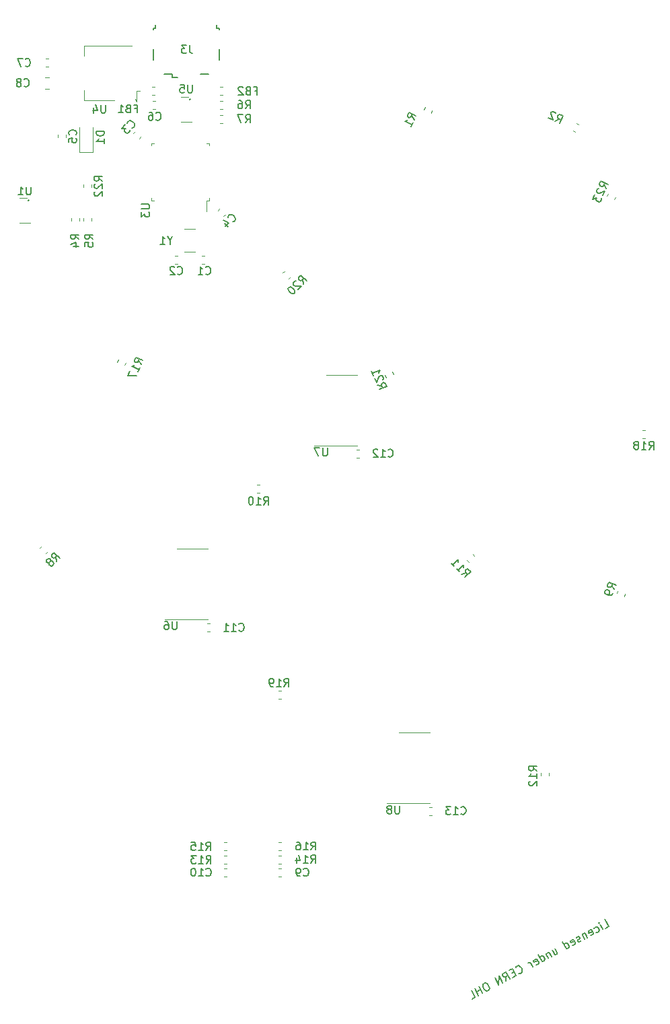
<source format=gbr>
G04 #@! TF.GenerationSoftware,KiCad,Pcbnew,(5.1.5)-3*
G04 #@! TF.CreationDate,2021-10-20T23:00:28+02:00*
G04 #@! TF.ProjectId,WFP_v2_0,5746505f-7632-45f3-902e-6b696361645f,v 0.2*
G04 #@! TF.SameCoordinates,Original*
G04 #@! TF.FileFunction,Legend,Bot*
G04 #@! TF.FilePolarity,Positive*
%FSLAX46Y46*%
G04 Gerber Fmt 4.6, Leading zero omitted, Abs format (unit mm)*
G04 Created by KiCad (PCBNEW (5.1.5)-3) date 2021-10-20 23:00:28*
%MOMM*%
%LPD*%
G04 APERTURE LIST*
%ADD10C,0.150000*%
%ADD11C,0.120000*%
G04 APERTURE END LIST*
D10*
X131974288Y-150973961D02*
X132394740Y-150750403D01*
X131925268Y-149867455D01*
X131679972Y-151130451D02*
X131366991Y-150541820D01*
X131210501Y-150247504D02*
X131274902Y-150267193D01*
X131255212Y-150331594D01*
X131190812Y-150311905D01*
X131210501Y-150247504D01*
X131255212Y-150331594D01*
X130858759Y-151513166D02*
X130965205Y-151510500D01*
X131133386Y-151421077D01*
X131195120Y-151334320D01*
X131214810Y-151269919D01*
X131212143Y-151163473D01*
X131078008Y-150911202D01*
X130991252Y-150849468D01*
X130926851Y-150829779D01*
X130820405Y-150832445D01*
X130652224Y-150921868D01*
X130590490Y-151008625D01*
X130143992Y-151893215D02*
X130250438Y-151890548D01*
X130418619Y-151801125D01*
X130480353Y-151714368D01*
X130477687Y-151607922D01*
X130298840Y-151271561D01*
X130212084Y-151209827D01*
X130105638Y-151212493D01*
X129937457Y-151301917D01*
X129875723Y-151388673D01*
X129878389Y-151495119D01*
X129923101Y-151579210D01*
X130388264Y-151439742D01*
X129432916Y-151570186D02*
X129745897Y-152158818D01*
X129477627Y-151654276D02*
X129413226Y-151634587D01*
X129306780Y-151637253D01*
X129180645Y-151704321D01*
X129118911Y-151791077D01*
X129121577Y-151897523D01*
X129367491Y-152360020D01*
X128966729Y-152519177D02*
X128904994Y-152605934D01*
X128736814Y-152695357D01*
X128630368Y-152698023D01*
X128543611Y-152636289D01*
X128521255Y-152594244D01*
X128518589Y-152487798D01*
X128580323Y-152401041D01*
X128706459Y-152333973D01*
X128768193Y-152247217D01*
X128765527Y-152140771D01*
X128743171Y-152098726D01*
X128656414Y-152036991D01*
X128549968Y-152039658D01*
X128423833Y-152106725D01*
X128362098Y-152193482D01*
X127873556Y-153100427D02*
X127980002Y-153097761D01*
X128148182Y-153008338D01*
X128209917Y-152921581D01*
X128207250Y-152815135D01*
X128028404Y-152478774D01*
X127941647Y-152417040D01*
X127835201Y-152419706D01*
X127667021Y-152509129D01*
X127605286Y-152595886D01*
X127607953Y-152702332D01*
X127652664Y-152786422D01*
X128117827Y-152646954D01*
X127097054Y-153567232D02*
X126627582Y-152684285D01*
X127074698Y-153525187D02*
X127181144Y-153522521D01*
X127349325Y-153433098D01*
X127411059Y-153346341D01*
X127430749Y-153281940D01*
X127428082Y-153175494D01*
X127293947Y-152923223D01*
X127207191Y-152861489D01*
X127142790Y-152841800D01*
X127036344Y-152844466D01*
X126868163Y-152933889D01*
X126806429Y-153020646D01*
X125312494Y-153761053D02*
X125625475Y-154349685D01*
X125690900Y-153559851D02*
X125936813Y-154022348D01*
X125939480Y-154128794D01*
X125877745Y-154215550D01*
X125751610Y-154282618D01*
X125645164Y-154285284D01*
X125580763Y-154265595D01*
X124892042Y-153984611D02*
X125205023Y-154573243D01*
X124936754Y-154068701D02*
X124872353Y-154049012D01*
X124765907Y-154051679D01*
X124639772Y-154118746D01*
X124578037Y-154205503D01*
X124580704Y-154311949D01*
X124826617Y-154774445D01*
X124027760Y-155199205D02*
X123558288Y-154316257D01*
X124005404Y-155157160D02*
X124111850Y-155154493D01*
X124280031Y-155065070D01*
X124341765Y-154978314D01*
X124361455Y-154913913D01*
X124358788Y-154807467D01*
X124224653Y-154555196D01*
X124137897Y-154493461D01*
X124073496Y-154473772D01*
X123967050Y-154476439D01*
X123798869Y-154565862D01*
X123737135Y-154652618D01*
X123248592Y-155559564D02*
X123355038Y-155556898D01*
X123523219Y-155467474D01*
X123584953Y-155380718D01*
X123582287Y-155274272D01*
X123403440Y-154937911D01*
X123316683Y-154876176D01*
X123210237Y-154878843D01*
X123042057Y-154968266D01*
X122980323Y-155055023D01*
X122982989Y-155161469D01*
X123027701Y-155245559D01*
X123492863Y-155106091D01*
X122850497Y-155825167D02*
X122537515Y-155236535D01*
X122626939Y-155404716D02*
X122540182Y-155342981D01*
X122475781Y-155323292D01*
X122369335Y-155325959D01*
X122285245Y-155370670D01*
X121081935Y-156657664D02*
X121146336Y-156677354D01*
X121294827Y-156652331D01*
X121378917Y-156607620D01*
X121482697Y-156498507D01*
X121522075Y-156369705D01*
X121519409Y-156263259D01*
X121472031Y-156072723D01*
X121404964Y-155946588D01*
X121273495Y-155800763D01*
X121186739Y-155739029D01*
X121057937Y-155699650D01*
X120909446Y-155724672D01*
X120825355Y-155769384D01*
X120721576Y-155878496D01*
X120701886Y-155942897D01*
X120502327Y-156480460D02*
X120208011Y-156636951D01*
X120327789Y-157166514D02*
X120748240Y-156942957D01*
X120278769Y-156060009D01*
X119858318Y-156283567D01*
X119444842Y-157635986D02*
X119515600Y-157059044D01*
X119949383Y-157367717D02*
X119479911Y-156484769D01*
X119143550Y-156663615D01*
X119081816Y-156750372D01*
X119062127Y-156814773D01*
X119064793Y-156921219D01*
X119131860Y-157047354D01*
X119218617Y-157109089D01*
X119283018Y-157128778D01*
X119389464Y-157126112D01*
X119725825Y-156947265D01*
X119066435Y-157837188D02*
X118596964Y-156954240D01*
X118561894Y-158105458D01*
X118092422Y-157222510D01*
X116831069Y-157893184D02*
X116662888Y-157982607D01*
X116601154Y-158069363D01*
X116561775Y-158198165D01*
X116609153Y-158388702D01*
X116765644Y-158683017D01*
X116897112Y-158828842D01*
X117025914Y-158868221D01*
X117132360Y-158865554D01*
X117300540Y-158776131D01*
X117362275Y-158689375D01*
X117401653Y-158560573D01*
X117354275Y-158370036D01*
X117197785Y-158075721D01*
X117066317Y-157929896D01*
X116937515Y-157890517D01*
X116831069Y-157893184D01*
X116543728Y-159178535D02*
X116074256Y-158295588D01*
X116297814Y-158716039D02*
X115793273Y-158984309D01*
X116039187Y-159446805D02*
X115569715Y-158563857D01*
X115198284Y-159893921D02*
X115618735Y-159670363D01*
X115149264Y-158787415D01*
D11*
X72999600Y-47066200D02*
X72821800Y-46736000D01*
X72999600Y-45694600D02*
X72999600Y-47066200D01*
X73380600Y-45694600D02*
X72999600Y-45694600D01*
X79498000Y-46456000D02*
X78548000Y-46456000D01*
X78598000Y-49556000D02*
X79898000Y-49556000D01*
X79798000Y-46756000D02*
G75*
G03X79798000Y-46756000I-100000J0D01*
G01*
X81235733Y-66419000D02*
X81578267Y-66419000D01*
X81235733Y-67439000D02*
X81578267Y-67439000D01*
X78174667Y-66419000D02*
X77832133Y-66419000D01*
X78174667Y-67439000D02*
X77832133Y-67439000D01*
X73532129Y-51471320D02*
X73289920Y-51713529D01*
X72810880Y-50750071D02*
X72568671Y-50992280D01*
X83923402Y-61476247D02*
X84165611Y-61234038D01*
X83202153Y-60754998D02*
X83444362Y-60512789D01*
X63066200Y-51566867D02*
X63066200Y-51224333D01*
X64086200Y-51566867D02*
X64086200Y-51224333D01*
X75001333Y-47957200D02*
X75343867Y-47957200D01*
X75001333Y-46937200D02*
X75343867Y-46937200D01*
X61893267Y-42674000D02*
X61550733Y-42674000D01*
X61893267Y-41654000D02*
X61550733Y-41654000D01*
X61992252Y-43994000D02*
X61469748Y-43994000D01*
X61992252Y-45414000D02*
X61469748Y-45414000D01*
X91190867Y-143482600D02*
X90848333Y-143482600D01*
X91190867Y-144502600D02*
X90848333Y-144502600D01*
X84018333Y-143482600D02*
X84360867Y-143482600D01*
X84018333Y-144502600D02*
X84360867Y-144502600D01*
X82227267Y-113692400D02*
X81884733Y-113692400D01*
X82227267Y-112672400D02*
X81884733Y-112672400D01*
X101023267Y-90803000D02*
X100680733Y-90803000D01*
X101023267Y-91823000D02*
X100680733Y-91823000D01*
X110167267Y-135735600D02*
X109824733Y-135735600D01*
X110167267Y-136755600D02*
X109824733Y-136755600D01*
X67474200Y-53416600D02*
X65774200Y-53416600D01*
X65774200Y-53416600D02*
X65774200Y-50266600D01*
X67474200Y-53416600D02*
X67474200Y-50266600D01*
X75318467Y-45210000D02*
X74975933Y-45210000D01*
X75318467Y-46230000D02*
X74975933Y-46230000D01*
X83802067Y-46230000D02*
X83459533Y-46230000D01*
X83802067Y-45210000D02*
X83459533Y-45210000D01*
D10*
X75098000Y-41798000D02*
X75098000Y-40398000D01*
X75098000Y-37998000D02*
X75098000Y-37848000D01*
X75098000Y-37848000D02*
X75398000Y-37848000D01*
X75398000Y-37848000D02*
X75398000Y-37398000D01*
X83098000Y-37398000D02*
X83098000Y-37848000D01*
X83098000Y-37848000D02*
X83398000Y-37848000D01*
X83398000Y-37848000D02*
X83398000Y-37998000D01*
X83398000Y-40398000D02*
X83398000Y-41798000D01*
X78173000Y-43973000D02*
X77448000Y-43973000D01*
X77448000Y-43973000D02*
X77448000Y-43548000D01*
X77448000Y-43548000D02*
X76448000Y-43548000D01*
X81048000Y-43548000D02*
X82048000Y-43548000D01*
D11*
X109128411Y-48027504D02*
X109273173Y-47717063D01*
X110052845Y-48458575D02*
X110197607Y-48148134D01*
X127899244Y-50681836D02*
X128209685Y-50826598D01*
X128330315Y-49757402D02*
X128640756Y-49902164D01*
X64768000Y-62034267D02*
X64768000Y-61691733D01*
X65788000Y-62034267D02*
X65788000Y-61691733D01*
X66292000Y-62034267D02*
X66292000Y-61691733D01*
X67312000Y-62034267D02*
X67312000Y-61691733D01*
X83456933Y-47957200D02*
X83799467Y-47957200D01*
X83456933Y-46937200D02*
X83799467Y-46937200D01*
X83802067Y-48715200D02*
X83459533Y-48715200D01*
X83802067Y-49735200D02*
X83459533Y-49735200D01*
X61066962Y-102905389D02*
X60824753Y-103147598D01*
X61788211Y-103626638D02*
X61546002Y-103868847D01*
X133549314Y-108557396D02*
X133418232Y-108873857D01*
X134491672Y-108947733D02*
X134360590Y-109264194D01*
X88523867Y-95197200D02*
X88181333Y-95197200D01*
X88523867Y-96217200D02*
X88181333Y-96217200D01*
X115292402Y-103979353D02*
X115534611Y-104221562D01*
X114571153Y-104700602D02*
X114813362Y-104942811D01*
X123899200Y-131830867D02*
X123899200Y-131488333D01*
X124919200Y-131830867D02*
X124919200Y-131488333D01*
X84358267Y-141831600D02*
X84015733Y-141831600D01*
X84358267Y-142851600D02*
X84015733Y-142851600D01*
X91190867Y-142851600D02*
X90848333Y-142851600D01*
X91190867Y-141831600D02*
X90848333Y-141831600D01*
X84018333Y-141226000D02*
X84360867Y-141226000D01*
X84018333Y-140206000D02*
X84360867Y-140206000D01*
X91190867Y-141200600D02*
X90848333Y-141200600D01*
X91190867Y-140180600D02*
X90848333Y-140180600D01*
X70692062Y-79475275D02*
X70558223Y-79790579D01*
X71630977Y-79873821D02*
X71497138Y-80189125D01*
X136683933Y-88390000D02*
X137026467Y-88390000D01*
X136683933Y-89410000D02*
X137026467Y-89410000D01*
X90848333Y-122150600D02*
X91190867Y-122150600D01*
X90848333Y-121130600D02*
X91190867Y-121130600D01*
X91631781Y-68339886D02*
X91391696Y-68584199D01*
X92359296Y-69054813D02*
X92119211Y-69299126D01*
X105206038Y-81028201D02*
X105337120Y-81344662D01*
X104263680Y-81418538D02*
X104394762Y-81734999D01*
X59478000Y-59456000D02*
G75*
G03X59478000Y-59456000I-100000J0D01*
G01*
X58278000Y-62256000D02*
X59578000Y-62256000D01*
X59178000Y-59156000D02*
X58228000Y-59156000D01*
X74876000Y-52570000D02*
X74876000Y-52270000D01*
X74876000Y-52270000D02*
X75176000Y-52270000D01*
X74876000Y-59190000D02*
X74876000Y-59490000D01*
X74876000Y-59490000D02*
X75176000Y-59490000D01*
X82096000Y-52570000D02*
X82096000Y-52270000D01*
X82096000Y-52270000D02*
X81796000Y-52270000D01*
X82096000Y-59190000D02*
X82096000Y-59490000D01*
X82096000Y-59490000D02*
X81796000Y-59490000D01*
X81796000Y-59490000D02*
X81796000Y-60805000D01*
X66416000Y-46844000D02*
X66416000Y-45584000D01*
X66416000Y-40024000D02*
X66416000Y-41284000D01*
X70176000Y-46844000D02*
X66416000Y-46844000D01*
X72426000Y-40024000D02*
X66416000Y-40024000D01*
X80010000Y-103261000D02*
X81960000Y-103261000D01*
X80010000Y-103261000D02*
X78060000Y-103261000D01*
X80010000Y-112131000D02*
X81960000Y-112131000D01*
X80010000Y-112131000D02*
X76560000Y-112131000D01*
X98806000Y-81417000D02*
X100756000Y-81417000D01*
X98806000Y-81417000D02*
X96856000Y-81417000D01*
X98806000Y-90287000D02*
X100756000Y-90287000D01*
X98806000Y-90287000D02*
X95356000Y-90287000D01*
X107950000Y-135245000D02*
X104500000Y-135245000D01*
X107950000Y-135245000D02*
X109900000Y-135245000D01*
X107950000Y-126375000D02*
X106000000Y-126375000D01*
X107950000Y-126375000D02*
X109900000Y-126375000D01*
X79005000Y-63030600D02*
X80355000Y-63030600D01*
X79015000Y-65940600D02*
X80365000Y-65940600D01*
X67312000Y-57829267D02*
X67312000Y-57486733D01*
X66292000Y-57829267D02*
X66292000Y-57486733D01*
X132325164Y-58608044D02*
X132180402Y-58918485D01*
X133249598Y-59039115D02*
X133104836Y-59349556D01*
D10*
X80009904Y-44918380D02*
X80009904Y-45727904D01*
X79962285Y-45823142D01*
X79914666Y-45870761D01*
X79819428Y-45918380D01*
X79628952Y-45918380D01*
X79533714Y-45870761D01*
X79486095Y-45823142D01*
X79438476Y-45727904D01*
X79438476Y-44918380D01*
X78486095Y-44918380D02*
X78962285Y-44918380D01*
X79009904Y-45394571D01*
X78962285Y-45346952D01*
X78867047Y-45299333D01*
X78628952Y-45299333D01*
X78533714Y-45346952D01*
X78486095Y-45394571D01*
X78438476Y-45489809D01*
X78438476Y-45727904D01*
X78486095Y-45823142D01*
X78533714Y-45870761D01*
X78628952Y-45918380D01*
X78867047Y-45918380D01*
X78962285Y-45870761D01*
X79009904Y-45823142D01*
X81700666Y-68683142D02*
X81748285Y-68730761D01*
X81891142Y-68778380D01*
X81986380Y-68778380D01*
X82129238Y-68730761D01*
X82224476Y-68635523D01*
X82272095Y-68540285D01*
X82319714Y-68349809D01*
X82319714Y-68206952D01*
X82272095Y-68016476D01*
X82224476Y-67921238D01*
X82129238Y-67826000D01*
X81986380Y-67778380D01*
X81891142Y-67778380D01*
X81748285Y-67826000D01*
X81700666Y-67873619D01*
X80748285Y-68778380D02*
X81319714Y-68778380D01*
X81034000Y-68778380D02*
X81034000Y-67778380D01*
X81129238Y-67921238D01*
X81224476Y-68016476D01*
X81319714Y-68064095D01*
X78144666Y-68683142D02*
X78192285Y-68730761D01*
X78335142Y-68778380D01*
X78430380Y-68778380D01*
X78573238Y-68730761D01*
X78668476Y-68635523D01*
X78716095Y-68540285D01*
X78763714Y-68349809D01*
X78763714Y-68206952D01*
X78716095Y-68016476D01*
X78668476Y-67921238D01*
X78573238Y-67826000D01*
X78430380Y-67778380D01*
X78335142Y-67778380D01*
X78192285Y-67826000D01*
X78144666Y-67873619D01*
X77763714Y-67873619D02*
X77716095Y-67826000D01*
X77620857Y-67778380D01*
X77382761Y-67778380D01*
X77287523Y-67826000D01*
X77239904Y-67873619D01*
X77192285Y-67968857D01*
X77192285Y-68064095D01*
X77239904Y-68206952D01*
X77811333Y-68778380D01*
X77192285Y-68778380D01*
X72409626Y-50355324D02*
X72476969Y-50355324D01*
X72611656Y-50287980D01*
X72679000Y-50220637D01*
X72746343Y-50085949D01*
X72746343Y-49951262D01*
X72712672Y-49850247D01*
X72611656Y-49681888D01*
X72510641Y-49580873D01*
X72342282Y-49479858D01*
X72241267Y-49446186D01*
X72106580Y-49446186D01*
X71971893Y-49513530D01*
X71904549Y-49580873D01*
X71837206Y-49715560D01*
X71837206Y-49782904D01*
X71534160Y-49951262D02*
X71096427Y-50388995D01*
X71601504Y-50422667D01*
X71500488Y-50523682D01*
X71466817Y-50624698D01*
X71466817Y-50692041D01*
X71500488Y-50793056D01*
X71668847Y-50961415D01*
X71769862Y-50995087D01*
X71837206Y-50995087D01*
X71938221Y-50961415D01*
X72140252Y-50759385D01*
X72173924Y-50658369D01*
X72173924Y-50591026D01*
X85065434Y-62140368D02*
X85132777Y-62140368D01*
X85267464Y-62073024D01*
X85334808Y-62005681D01*
X85402151Y-61870993D01*
X85402151Y-61736306D01*
X85368480Y-61635291D01*
X85267464Y-61466932D01*
X85166449Y-61365917D01*
X84998090Y-61264902D01*
X84897075Y-61231230D01*
X84762388Y-61231230D01*
X84627701Y-61298574D01*
X84560357Y-61365917D01*
X84493014Y-61500604D01*
X84493014Y-61567948D01*
X84055281Y-62342398D02*
X84526686Y-62813803D01*
X83954266Y-61904665D02*
X84627701Y-62241383D01*
X84189968Y-62679116D01*
X65363342Y-51228933D02*
X65410961Y-51181314D01*
X65458580Y-51038457D01*
X65458580Y-50943219D01*
X65410961Y-50800361D01*
X65315723Y-50705123D01*
X65220485Y-50657504D01*
X65030009Y-50609885D01*
X64887152Y-50609885D01*
X64696676Y-50657504D01*
X64601438Y-50705123D01*
X64506200Y-50800361D01*
X64458580Y-50943219D01*
X64458580Y-51038457D01*
X64506200Y-51181314D01*
X64553819Y-51228933D01*
X64458580Y-52133695D02*
X64458580Y-51657504D01*
X64934771Y-51609885D01*
X64887152Y-51657504D01*
X64839533Y-51752742D01*
X64839533Y-51990838D01*
X64887152Y-52086076D01*
X64934771Y-52133695D01*
X65030009Y-52181314D01*
X65268104Y-52181314D01*
X65363342Y-52133695D01*
X65410961Y-52086076D01*
X65458580Y-51990838D01*
X65458580Y-51752742D01*
X65410961Y-51657504D01*
X65363342Y-51609885D01*
X75426866Y-49277542D02*
X75474485Y-49325161D01*
X75617342Y-49372780D01*
X75712580Y-49372780D01*
X75855438Y-49325161D01*
X75950676Y-49229923D01*
X75998295Y-49134685D01*
X76045914Y-48944209D01*
X76045914Y-48801352D01*
X75998295Y-48610876D01*
X75950676Y-48515638D01*
X75855438Y-48420400D01*
X75712580Y-48372780D01*
X75617342Y-48372780D01*
X75474485Y-48420400D01*
X75426866Y-48468019D01*
X74569723Y-48372780D02*
X74760200Y-48372780D01*
X74855438Y-48420400D01*
X74903057Y-48468019D01*
X74998295Y-48610876D01*
X75045914Y-48801352D01*
X75045914Y-49182304D01*
X74998295Y-49277542D01*
X74950676Y-49325161D01*
X74855438Y-49372780D01*
X74664961Y-49372780D01*
X74569723Y-49325161D01*
X74522104Y-49277542D01*
X74474485Y-49182304D01*
X74474485Y-48944209D01*
X74522104Y-48848971D01*
X74569723Y-48801352D01*
X74664961Y-48753733D01*
X74855438Y-48753733D01*
X74950676Y-48801352D01*
X74998295Y-48848971D01*
X75045914Y-48944209D01*
X58981666Y-42521142D02*
X59029285Y-42568761D01*
X59172142Y-42616380D01*
X59267380Y-42616380D01*
X59410238Y-42568761D01*
X59505476Y-42473523D01*
X59553095Y-42378285D01*
X59600714Y-42187809D01*
X59600714Y-42044952D01*
X59553095Y-41854476D01*
X59505476Y-41759238D01*
X59410238Y-41664000D01*
X59267380Y-41616380D01*
X59172142Y-41616380D01*
X59029285Y-41664000D01*
X58981666Y-41711619D01*
X58648333Y-41616380D02*
X57981666Y-41616380D01*
X58410238Y-42616380D01*
X58840666Y-45061142D02*
X58888285Y-45108761D01*
X59031142Y-45156380D01*
X59126380Y-45156380D01*
X59269238Y-45108761D01*
X59364476Y-45013523D01*
X59412095Y-44918285D01*
X59459714Y-44727809D01*
X59459714Y-44584952D01*
X59412095Y-44394476D01*
X59364476Y-44299238D01*
X59269238Y-44204000D01*
X59126380Y-44156380D01*
X59031142Y-44156380D01*
X58888285Y-44204000D01*
X58840666Y-44251619D01*
X58269238Y-44584952D02*
X58364476Y-44537333D01*
X58412095Y-44489714D01*
X58459714Y-44394476D01*
X58459714Y-44346857D01*
X58412095Y-44251619D01*
X58364476Y-44204000D01*
X58269238Y-44156380D01*
X58078761Y-44156380D01*
X57983523Y-44204000D01*
X57935904Y-44251619D01*
X57888285Y-44346857D01*
X57888285Y-44394476D01*
X57935904Y-44489714D01*
X57983523Y-44537333D01*
X58078761Y-44584952D01*
X58269238Y-44584952D01*
X58364476Y-44632571D01*
X58412095Y-44680190D01*
X58459714Y-44775428D01*
X58459714Y-44965904D01*
X58412095Y-45061142D01*
X58364476Y-45108761D01*
X58269238Y-45156380D01*
X58078761Y-45156380D01*
X57983523Y-45108761D01*
X57935904Y-45061142D01*
X57888285Y-44965904D01*
X57888285Y-44775428D01*
X57935904Y-44680190D01*
X57983523Y-44632571D01*
X58078761Y-44584952D01*
X94019666Y-144349742D02*
X94067285Y-144397361D01*
X94210142Y-144444980D01*
X94305380Y-144444980D01*
X94448238Y-144397361D01*
X94543476Y-144302123D01*
X94591095Y-144206885D01*
X94638714Y-144016409D01*
X94638714Y-143873552D01*
X94591095Y-143683076D01*
X94543476Y-143587838D01*
X94448238Y-143492600D01*
X94305380Y-143444980D01*
X94210142Y-143444980D01*
X94067285Y-143492600D01*
X94019666Y-143540219D01*
X93543476Y-144444980D02*
X93353000Y-144444980D01*
X93257761Y-144397361D01*
X93210142Y-144349742D01*
X93114904Y-144206885D01*
X93067285Y-144016409D01*
X93067285Y-143635457D01*
X93114904Y-143540219D01*
X93162523Y-143492600D01*
X93257761Y-143444980D01*
X93448238Y-143444980D01*
X93543476Y-143492600D01*
X93591095Y-143540219D01*
X93638714Y-143635457D01*
X93638714Y-143873552D01*
X93591095Y-143968790D01*
X93543476Y-144016409D01*
X93448238Y-144064028D01*
X93257761Y-144064028D01*
X93162523Y-144016409D01*
X93114904Y-143968790D01*
X93067285Y-143873552D01*
X81745057Y-144349742D02*
X81792676Y-144397361D01*
X81935533Y-144444980D01*
X82030771Y-144444980D01*
X82173628Y-144397361D01*
X82268866Y-144302123D01*
X82316485Y-144206885D01*
X82364104Y-144016409D01*
X82364104Y-143873552D01*
X82316485Y-143683076D01*
X82268866Y-143587838D01*
X82173628Y-143492600D01*
X82030771Y-143444980D01*
X81935533Y-143444980D01*
X81792676Y-143492600D01*
X81745057Y-143540219D01*
X80792676Y-144444980D02*
X81364104Y-144444980D01*
X81078390Y-144444980D02*
X81078390Y-143444980D01*
X81173628Y-143587838D01*
X81268866Y-143683076D01*
X81364104Y-143730695D01*
X80173628Y-143444980D02*
X80078390Y-143444980D01*
X79983152Y-143492600D01*
X79935533Y-143540219D01*
X79887914Y-143635457D01*
X79840295Y-143825933D01*
X79840295Y-144064028D01*
X79887914Y-144254504D01*
X79935533Y-144349742D01*
X79983152Y-144397361D01*
X80078390Y-144444980D01*
X80173628Y-144444980D01*
X80268866Y-144397361D01*
X80316485Y-144349742D01*
X80364104Y-144254504D01*
X80411723Y-144064028D01*
X80411723Y-143825933D01*
X80364104Y-143635457D01*
X80316485Y-143540219D01*
X80268866Y-143492600D01*
X80173628Y-143444980D01*
X85887857Y-113539542D02*
X85935476Y-113587161D01*
X86078333Y-113634780D01*
X86173571Y-113634780D01*
X86316428Y-113587161D01*
X86411666Y-113491923D01*
X86459285Y-113396685D01*
X86506904Y-113206209D01*
X86506904Y-113063352D01*
X86459285Y-112872876D01*
X86411666Y-112777638D01*
X86316428Y-112682400D01*
X86173571Y-112634780D01*
X86078333Y-112634780D01*
X85935476Y-112682400D01*
X85887857Y-112730019D01*
X84935476Y-113634780D02*
X85506904Y-113634780D01*
X85221190Y-113634780D02*
X85221190Y-112634780D01*
X85316428Y-112777638D01*
X85411666Y-112872876D01*
X85506904Y-112920495D01*
X83983095Y-113634780D02*
X84554523Y-113634780D01*
X84268809Y-113634780D02*
X84268809Y-112634780D01*
X84364047Y-112777638D01*
X84459285Y-112872876D01*
X84554523Y-112920495D01*
X104658457Y-91644742D02*
X104706076Y-91692361D01*
X104848933Y-91739980D01*
X104944171Y-91739980D01*
X105087028Y-91692361D01*
X105182266Y-91597123D01*
X105229885Y-91501885D01*
X105277504Y-91311409D01*
X105277504Y-91168552D01*
X105229885Y-90978076D01*
X105182266Y-90882838D01*
X105087028Y-90787600D01*
X104944171Y-90739980D01*
X104848933Y-90739980D01*
X104706076Y-90787600D01*
X104658457Y-90835219D01*
X103706076Y-91739980D02*
X104277504Y-91739980D01*
X103991790Y-91739980D02*
X103991790Y-90739980D01*
X104087028Y-90882838D01*
X104182266Y-90978076D01*
X104277504Y-91025695D01*
X103325123Y-90835219D02*
X103277504Y-90787600D01*
X103182266Y-90739980D01*
X102944171Y-90739980D01*
X102848933Y-90787600D01*
X102801314Y-90835219D01*
X102753695Y-90930457D01*
X102753695Y-91025695D01*
X102801314Y-91168552D01*
X103372742Y-91739980D01*
X102753695Y-91739980D01*
X113825257Y-136602742D02*
X113872876Y-136650361D01*
X114015733Y-136697980D01*
X114110971Y-136697980D01*
X114253828Y-136650361D01*
X114349066Y-136555123D01*
X114396685Y-136459885D01*
X114444304Y-136269409D01*
X114444304Y-136126552D01*
X114396685Y-135936076D01*
X114349066Y-135840838D01*
X114253828Y-135745600D01*
X114110971Y-135697980D01*
X114015733Y-135697980D01*
X113872876Y-135745600D01*
X113825257Y-135793219D01*
X112872876Y-136697980D02*
X113444304Y-136697980D01*
X113158590Y-136697980D02*
X113158590Y-135697980D01*
X113253828Y-135840838D01*
X113349066Y-135936076D01*
X113444304Y-135983695D01*
X112539542Y-135697980D02*
X111920495Y-135697980D01*
X112253828Y-136078933D01*
X112110971Y-136078933D01*
X112015733Y-136126552D01*
X111968114Y-136174171D01*
X111920495Y-136269409D01*
X111920495Y-136507504D01*
X111968114Y-136602742D01*
X112015733Y-136650361D01*
X112110971Y-136697980D01*
X112396685Y-136697980D01*
X112491923Y-136650361D01*
X112539542Y-136602742D01*
X68926580Y-50778504D02*
X67926580Y-50778504D01*
X67926580Y-51016600D01*
X67974200Y-51159457D01*
X68069438Y-51254695D01*
X68164676Y-51302314D01*
X68355152Y-51349933D01*
X68498009Y-51349933D01*
X68688485Y-51302314D01*
X68783723Y-51254695D01*
X68878961Y-51159457D01*
X68926580Y-51016600D01*
X68926580Y-50778504D01*
X68926580Y-52302314D02*
X68926580Y-51730885D01*
X68926580Y-52016600D02*
X67926580Y-52016600D01*
X68069438Y-51921361D01*
X68164676Y-51826123D01*
X68212295Y-51730885D01*
X72766133Y-47909171D02*
X73099466Y-47909171D01*
X73099466Y-48432980D02*
X73099466Y-47432980D01*
X72623276Y-47432980D01*
X71908990Y-47909171D02*
X71766133Y-47956790D01*
X71718514Y-48004409D01*
X71670895Y-48099647D01*
X71670895Y-48242504D01*
X71718514Y-48337742D01*
X71766133Y-48385361D01*
X71861371Y-48432980D01*
X72242323Y-48432980D01*
X72242323Y-47432980D01*
X71908990Y-47432980D01*
X71813752Y-47480600D01*
X71766133Y-47528219D01*
X71718514Y-47623457D01*
X71718514Y-47718695D01*
X71766133Y-47813933D01*
X71813752Y-47861552D01*
X71908990Y-47909171D01*
X72242323Y-47909171D01*
X70718514Y-48432980D02*
X71289942Y-48432980D01*
X71004228Y-48432980D02*
X71004228Y-47432980D01*
X71099466Y-47575838D01*
X71194704Y-47671076D01*
X71289942Y-47718695D01*
X87853733Y-45648571D02*
X88187066Y-45648571D01*
X88187066Y-46172380D02*
X88187066Y-45172380D01*
X87710876Y-45172380D01*
X86996590Y-45648571D02*
X86853733Y-45696190D01*
X86806114Y-45743809D01*
X86758495Y-45839047D01*
X86758495Y-45981904D01*
X86806114Y-46077142D01*
X86853733Y-46124761D01*
X86948971Y-46172380D01*
X87329923Y-46172380D01*
X87329923Y-45172380D01*
X86996590Y-45172380D01*
X86901352Y-45220000D01*
X86853733Y-45267619D01*
X86806114Y-45362857D01*
X86806114Y-45458095D01*
X86853733Y-45553333D01*
X86901352Y-45600952D01*
X86996590Y-45648571D01*
X87329923Y-45648571D01*
X86377542Y-45267619D02*
X86329923Y-45220000D01*
X86234685Y-45172380D01*
X85996590Y-45172380D01*
X85901352Y-45220000D01*
X85853733Y-45267619D01*
X85806114Y-45362857D01*
X85806114Y-45458095D01*
X85853733Y-45600952D01*
X86425161Y-46172380D01*
X85806114Y-46172380D01*
X79657533Y-39939980D02*
X79657533Y-40654266D01*
X79705152Y-40797123D01*
X79800390Y-40892361D01*
X79943247Y-40939980D01*
X80038485Y-40939980D01*
X79276580Y-39939980D02*
X78657533Y-39939980D01*
X78990866Y-40320933D01*
X78848009Y-40320933D01*
X78752771Y-40368552D01*
X78705152Y-40416171D01*
X78657533Y-40511409D01*
X78657533Y-40749504D01*
X78705152Y-40844742D01*
X78752771Y-40892361D01*
X78848009Y-40939980D01*
X79133723Y-40939980D01*
X79228961Y-40892361D01*
X79276580Y-40844742D01*
X107922432Y-49316133D02*
X107631730Y-48812783D01*
X108163928Y-48798242D02*
X107257621Y-48375624D01*
X107096623Y-48720884D01*
X107099531Y-48827324D01*
X107122564Y-48890606D01*
X107188755Y-48974013D01*
X107318227Y-49034387D01*
X107424667Y-49031479D01*
X107487949Y-49008446D01*
X107571356Y-48942256D01*
X107732353Y-48596996D01*
X107519939Y-50179283D02*
X107761435Y-49661393D01*
X107640687Y-49920338D02*
X106734379Y-49497720D01*
X106904101Y-49471779D01*
X107030665Y-49425713D01*
X107114072Y-49359523D01*
X125689866Y-49502432D02*
X126193216Y-49211730D01*
X126207757Y-49743928D02*
X126630375Y-48837621D01*
X126285115Y-48676623D01*
X126178675Y-48679531D01*
X126115393Y-48702564D01*
X126031986Y-48768755D01*
X125971612Y-48898227D01*
X125974520Y-49004667D01*
X125997553Y-49067949D01*
X126063743Y-49151356D01*
X126409003Y-49312353D01*
X125726975Y-48521442D02*
X125703942Y-48458160D01*
X125637752Y-48374753D01*
X125421964Y-48274130D01*
X125315525Y-48277038D01*
X125252242Y-48300071D01*
X125168836Y-48366261D01*
X125128586Y-48452576D01*
X125111370Y-48602173D01*
X125387764Y-49361560D01*
X124826716Y-49099939D01*
X65730380Y-64349333D02*
X65254190Y-64016000D01*
X65730380Y-63777904D02*
X64730380Y-63777904D01*
X64730380Y-64158857D01*
X64778000Y-64254095D01*
X64825619Y-64301714D01*
X64920857Y-64349333D01*
X65063714Y-64349333D01*
X65158952Y-64301714D01*
X65206571Y-64254095D01*
X65254190Y-64158857D01*
X65254190Y-63777904D01*
X65063714Y-65206476D02*
X65730380Y-65206476D01*
X64682761Y-64968380D02*
X65397047Y-64730285D01*
X65397047Y-65349333D01*
X67508380Y-64349333D02*
X67032190Y-64016000D01*
X67508380Y-63777904D02*
X66508380Y-63777904D01*
X66508380Y-64158857D01*
X66556000Y-64254095D01*
X66603619Y-64301714D01*
X66698857Y-64349333D01*
X66841714Y-64349333D01*
X66936952Y-64301714D01*
X66984571Y-64254095D01*
X67032190Y-64158857D01*
X67032190Y-63777904D01*
X66508380Y-65254095D02*
X66508380Y-64777904D01*
X66984571Y-64730285D01*
X66936952Y-64777904D01*
X66889333Y-64873142D01*
X66889333Y-65111238D01*
X66936952Y-65206476D01*
X66984571Y-65254095D01*
X67079809Y-65301714D01*
X67317904Y-65301714D01*
X67413142Y-65254095D01*
X67460761Y-65206476D01*
X67508380Y-65111238D01*
X67508380Y-64873142D01*
X67460761Y-64777904D01*
X67413142Y-64730285D01*
X86704466Y-47899580D02*
X87037800Y-47423390D01*
X87275895Y-47899580D02*
X87275895Y-46899580D01*
X86894942Y-46899580D01*
X86799704Y-46947200D01*
X86752085Y-46994819D01*
X86704466Y-47090057D01*
X86704466Y-47232914D01*
X86752085Y-47328152D01*
X86799704Y-47375771D01*
X86894942Y-47423390D01*
X87275895Y-47423390D01*
X85847323Y-46899580D02*
X86037800Y-46899580D01*
X86133038Y-46947200D01*
X86180657Y-46994819D01*
X86275895Y-47137676D01*
X86323514Y-47328152D01*
X86323514Y-47709104D01*
X86275895Y-47804342D01*
X86228276Y-47851961D01*
X86133038Y-47899580D01*
X85942561Y-47899580D01*
X85847323Y-47851961D01*
X85799704Y-47804342D01*
X85752085Y-47709104D01*
X85752085Y-47471009D01*
X85799704Y-47375771D01*
X85847323Y-47328152D01*
X85942561Y-47280533D01*
X86133038Y-47280533D01*
X86228276Y-47328152D01*
X86275895Y-47375771D01*
X86323514Y-47471009D01*
X86704466Y-49677580D02*
X87037800Y-49201390D01*
X87275895Y-49677580D02*
X87275895Y-48677580D01*
X86894942Y-48677580D01*
X86799704Y-48725200D01*
X86752085Y-48772819D01*
X86704466Y-48868057D01*
X86704466Y-49010914D01*
X86752085Y-49106152D01*
X86799704Y-49153771D01*
X86894942Y-49201390D01*
X87275895Y-49201390D01*
X86371133Y-48677580D02*
X85704466Y-48677580D01*
X86133038Y-49677580D01*
X62921732Y-104850030D02*
X62820717Y-104277610D01*
X63325793Y-104445969D02*
X62618687Y-103738862D01*
X62349312Y-104008236D01*
X62315641Y-104109251D01*
X62315641Y-104176595D01*
X62349312Y-104277610D01*
X62450328Y-104378625D01*
X62551343Y-104412297D01*
X62618687Y-104412297D01*
X62719702Y-104378625D01*
X62989076Y-104109251D01*
X62113610Y-104850030D02*
X62147282Y-104749015D01*
X62147282Y-104681671D01*
X62113610Y-104580656D01*
X62079938Y-104546984D01*
X61978923Y-104513312D01*
X61911580Y-104513312D01*
X61810564Y-104546984D01*
X61675877Y-104681671D01*
X61642206Y-104782687D01*
X61642206Y-104850030D01*
X61675877Y-104951045D01*
X61709549Y-104984717D01*
X61810564Y-105018389D01*
X61877908Y-105018389D01*
X61978923Y-104984717D01*
X62113610Y-104850030D01*
X62214625Y-104816358D01*
X62281969Y-104816358D01*
X62382984Y-104850030D01*
X62517671Y-104984717D01*
X62551343Y-105085732D01*
X62551343Y-105153076D01*
X62517671Y-105254091D01*
X62382984Y-105388778D01*
X62281969Y-105422450D01*
X62214625Y-105422450D01*
X62113610Y-105388778D01*
X61978923Y-105254091D01*
X61945251Y-105153076D01*
X61945251Y-105085732D01*
X61978923Y-104984717D01*
X133115530Y-108382696D02*
X132803148Y-107892506D01*
X133334206Y-107854765D02*
X132410326Y-107472082D01*
X132264542Y-107824036D01*
X132272090Y-107930247D01*
X132297862Y-107992465D01*
X132367627Y-108072905D01*
X132499610Y-108127574D01*
X132605821Y-108120026D01*
X132668039Y-108094255D01*
X132748479Y-108024489D01*
X132894263Y-107672535D01*
X132933299Y-108822639D02*
X132860407Y-108998616D01*
X132779967Y-109068381D01*
X132717750Y-109094153D01*
X132549321Y-109127472D01*
X132355121Y-109098574D01*
X132003167Y-108952790D01*
X131933401Y-108872350D01*
X131907630Y-108810133D01*
X131900082Y-108703921D01*
X131972974Y-108527944D01*
X132053414Y-108458178D01*
X132115631Y-108432407D01*
X132221843Y-108424859D01*
X132441814Y-108515974D01*
X132511580Y-108596414D01*
X132537351Y-108658632D01*
X132544899Y-108764843D01*
X132472007Y-108940820D01*
X132391567Y-109010586D01*
X132329350Y-109036357D01*
X132223138Y-109043905D01*
X88995457Y-97734380D02*
X89328790Y-97258190D01*
X89566885Y-97734380D02*
X89566885Y-96734380D01*
X89185933Y-96734380D01*
X89090695Y-96782000D01*
X89043076Y-96829619D01*
X88995457Y-96924857D01*
X88995457Y-97067714D01*
X89043076Y-97162952D01*
X89090695Y-97210571D01*
X89185933Y-97258190D01*
X89566885Y-97258190D01*
X88043076Y-97734380D02*
X88614504Y-97734380D01*
X88328790Y-97734380D02*
X88328790Y-96734380D01*
X88424028Y-96877238D01*
X88519266Y-96972476D01*
X88614504Y-97020095D01*
X87424028Y-96734380D02*
X87328790Y-96734380D01*
X87233552Y-96782000D01*
X87185933Y-96829619D01*
X87138314Y-96924857D01*
X87090695Y-97115333D01*
X87090695Y-97353428D01*
X87138314Y-97543904D01*
X87185933Y-97639142D01*
X87233552Y-97686761D01*
X87328790Y-97734380D01*
X87424028Y-97734380D01*
X87519266Y-97686761D01*
X87566885Y-97639142D01*
X87614504Y-97543904D01*
X87662123Y-97353428D01*
X87662123Y-97115333D01*
X87614504Y-96924857D01*
X87566885Y-96829619D01*
X87519266Y-96782000D01*
X87424028Y-96734380D01*
X113926687Y-106438450D02*
X114499106Y-106337435D01*
X114330748Y-106842511D02*
X115037854Y-106135404D01*
X114768480Y-105866030D01*
X114667465Y-105832358D01*
X114600122Y-105832358D01*
X114499106Y-105866030D01*
X114398091Y-105967045D01*
X114364419Y-106068061D01*
X114364419Y-106135404D01*
X114398091Y-106236419D01*
X114667465Y-106505793D01*
X113253251Y-105765015D02*
X113657312Y-106169076D01*
X113455282Y-105967045D02*
X114162389Y-105259938D01*
X114128717Y-105428297D01*
X114128717Y-105562984D01*
X114162389Y-105664000D01*
X112579816Y-105091580D02*
X112983877Y-105495641D01*
X112781847Y-105293610D02*
X113488954Y-104586503D01*
X113455282Y-104754862D01*
X113455282Y-104889549D01*
X113488954Y-104990564D01*
X123388380Y-131183142D02*
X122912190Y-130849809D01*
X123388380Y-130611714D02*
X122388380Y-130611714D01*
X122388380Y-130992666D01*
X122436000Y-131087904D01*
X122483619Y-131135523D01*
X122578857Y-131183142D01*
X122721714Y-131183142D01*
X122816952Y-131135523D01*
X122864571Y-131087904D01*
X122912190Y-130992666D01*
X122912190Y-130611714D01*
X123388380Y-132135523D02*
X123388380Y-131564095D01*
X123388380Y-131849809D02*
X122388380Y-131849809D01*
X122531238Y-131754571D01*
X122626476Y-131659333D01*
X122674095Y-131564095D01*
X122483619Y-132516476D02*
X122436000Y-132564095D01*
X122388380Y-132659333D01*
X122388380Y-132897428D01*
X122436000Y-132992666D01*
X122483619Y-133040285D01*
X122578857Y-133087904D01*
X122674095Y-133087904D01*
X122816952Y-133040285D01*
X123388380Y-132468857D01*
X123388380Y-133087904D01*
X81770457Y-142844780D02*
X82103790Y-142368590D01*
X82341885Y-142844780D02*
X82341885Y-141844780D01*
X81960933Y-141844780D01*
X81865695Y-141892400D01*
X81818076Y-141940019D01*
X81770457Y-142035257D01*
X81770457Y-142178114D01*
X81818076Y-142273352D01*
X81865695Y-142320971D01*
X81960933Y-142368590D01*
X82341885Y-142368590D01*
X80818076Y-142844780D02*
X81389504Y-142844780D01*
X81103790Y-142844780D02*
X81103790Y-141844780D01*
X81199028Y-141987638D01*
X81294266Y-142082876D01*
X81389504Y-142130495D01*
X80484742Y-141844780D02*
X79865695Y-141844780D01*
X80199028Y-142225733D01*
X80056171Y-142225733D01*
X79960933Y-142273352D01*
X79913314Y-142320971D01*
X79865695Y-142416209D01*
X79865695Y-142654304D01*
X79913314Y-142749542D01*
X79960933Y-142797161D01*
X80056171Y-142844780D01*
X80341885Y-142844780D01*
X80437123Y-142797161D01*
X80484742Y-142749542D01*
X94927657Y-142793980D02*
X95260990Y-142317790D01*
X95499085Y-142793980D02*
X95499085Y-141793980D01*
X95118133Y-141793980D01*
X95022895Y-141841600D01*
X94975276Y-141889219D01*
X94927657Y-141984457D01*
X94927657Y-142127314D01*
X94975276Y-142222552D01*
X95022895Y-142270171D01*
X95118133Y-142317790D01*
X95499085Y-142317790D01*
X93975276Y-142793980D02*
X94546704Y-142793980D01*
X94260990Y-142793980D02*
X94260990Y-141793980D01*
X94356228Y-141936838D01*
X94451466Y-142032076D01*
X94546704Y-142079695D01*
X93118133Y-142127314D02*
X93118133Y-142793980D01*
X93356228Y-141746361D02*
X93594323Y-142460647D01*
X92975276Y-142460647D01*
X81745057Y-141168380D02*
X82078390Y-140692190D01*
X82316485Y-141168380D02*
X82316485Y-140168380D01*
X81935533Y-140168380D01*
X81840295Y-140216000D01*
X81792676Y-140263619D01*
X81745057Y-140358857D01*
X81745057Y-140501714D01*
X81792676Y-140596952D01*
X81840295Y-140644571D01*
X81935533Y-140692190D01*
X82316485Y-140692190D01*
X80792676Y-141168380D02*
X81364104Y-141168380D01*
X81078390Y-141168380D02*
X81078390Y-140168380D01*
X81173628Y-140311238D01*
X81268866Y-140406476D01*
X81364104Y-140454095D01*
X79887914Y-140168380D02*
X80364104Y-140168380D01*
X80411723Y-140644571D01*
X80364104Y-140596952D01*
X80268866Y-140549333D01*
X80030771Y-140549333D01*
X79935533Y-140596952D01*
X79887914Y-140644571D01*
X79840295Y-140739809D01*
X79840295Y-140977904D01*
X79887914Y-141073142D01*
X79935533Y-141120761D01*
X80030771Y-141168380D01*
X80268866Y-141168380D01*
X80364104Y-141120761D01*
X80411723Y-141073142D01*
X94953057Y-141142980D02*
X95286390Y-140666790D01*
X95524485Y-141142980D02*
X95524485Y-140142980D01*
X95143533Y-140142980D01*
X95048295Y-140190600D01*
X95000676Y-140238219D01*
X94953057Y-140333457D01*
X94953057Y-140476314D01*
X95000676Y-140571552D01*
X95048295Y-140619171D01*
X95143533Y-140666790D01*
X95524485Y-140666790D01*
X94000676Y-141142980D02*
X94572104Y-141142980D01*
X94286390Y-141142980D02*
X94286390Y-140142980D01*
X94381628Y-140285838D01*
X94476866Y-140381076D01*
X94572104Y-140428695D01*
X93143533Y-140142980D02*
X93334009Y-140142980D01*
X93429247Y-140190600D01*
X93476866Y-140238219D01*
X93572104Y-140381076D01*
X93619723Y-140571552D01*
X93619723Y-140952504D01*
X93572104Y-141047742D01*
X93524485Y-141095361D01*
X93429247Y-141142980D01*
X93238771Y-141142980D01*
X93143533Y-141095361D01*
X93095914Y-141047742D01*
X93048295Y-140952504D01*
X93048295Y-140714409D01*
X93095914Y-140619171D01*
X93143533Y-140571552D01*
X93238771Y-140523933D01*
X93429247Y-140523933D01*
X93524485Y-140571552D01*
X93572104Y-140619171D01*
X93619723Y-140714409D01*
X73565603Y-80103006D02*
X73257511Y-79610108D01*
X73788878Y-79577003D02*
X72868373Y-79186272D01*
X72719523Y-79536940D01*
X72726144Y-79643214D01*
X72751371Y-79705653D01*
X72820432Y-79786700D01*
X72951933Y-79842518D01*
X73058206Y-79835897D01*
X73120646Y-79810670D01*
X73201692Y-79741609D01*
X73350542Y-79390940D01*
X73193478Y-80979677D02*
X73416753Y-80453674D01*
X73305115Y-80716676D02*
X72384610Y-80325944D01*
X72553324Y-80294096D01*
X72678203Y-80243641D01*
X72759249Y-80174581D01*
X72142729Y-80895781D02*
X71882242Y-81509451D01*
X72970203Y-81505680D01*
X137498057Y-90782380D02*
X137831390Y-90306190D01*
X138069485Y-90782380D02*
X138069485Y-89782380D01*
X137688533Y-89782380D01*
X137593295Y-89830000D01*
X137545676Y-89877619D01*
X137498057Y-89972857D01*
X137498057Y-90115714D01*
X137545676Y-90210952D01*
X137593295Y-90258571D01*
X137688533Y-90306190D01*
X138069485Y-90306190D01*
X136545676Y-90782380D02*
X137117104Y-90782380D01*
X136831390Y-90782380D02*
X136831390Y-89782380D01*
X136926628Y-89925238D01*
X137021866Y-90020476D01*
X137117104Y-90068095D01*
X135974247Y-90210952D02*
X136069485Y-90163333D01*
X136117104Y-90115714D01*
X136164723Y-90020476D01*
X136164723Y-89972857D01*
X136117104Y-89877619D01*
X136069485Y-89830000D01*
X135974247Y-89782380D01*
X135783771Y-89782380D01*
X135688533Y-89830000D01*
X135640914Y-89877619D01*
X135593295Y-89972857D01*
X135593295Y-90020476D01*
X135640914Y-90115714D01*
X135688533Y-90163333D01*
X135783771Y-90210952D01*
X135974247Y-90210952D01*
X136069485Y-90258571D01*
X136117104Y-90306190D01*
X136164723Y-90401428D01*
X136164723Y-90591904D01*
X136117104Y-90687142D01*
X136069485Y-90734761D01*
X135974247Y-90782380D01*
X135783771Y-90782380D01*
X135688533Y-90734761D01*
X135640914Y-90687142D01*
X135593295Y-90591904D01*
X135593295Y-90401428D01*
X135640914Y-90306190D01*
X135688533Y-90258571D01*
X135783771Y-90210952D01*
X91574857Y-120594380D02*
X91908190Y-120118190D01*
X92146285Y-120594380D02*
X92146285Y-119594380D01*
X91765333Y-119594380D01*
X91670095Y-119642000D01*
X91622476Y-119689619D01*
X91574857Y-119784857D01*
X91574857Y-119927714D01*
X91622476Y-120022952D01*
X91670095Y-120070571D01*
X91765333Y-120118190D01*
X92146285Y-120118190D01*
X90622476Y-120594380D02*
X91193904Y-120594380D01*
X90908190Y-120594380D02*
X90908190Y-119594380D01*
X91003428Y-119737238D01*
X91098666Y-119832476D01*
X91193904Y-119880095D01*
X90146285Y-120594380D02*
X89955809Y-120594380D01*
X89860571Y-120546761D01*
X89812952Y-120499142D01*
X89717714Y-120356285D01*
X89670095Y-120165809D01*
X89670095Y-119784857D01*
X89717714Y-119689619D01*
X89765333Y-119642000D01*
X89860571Y-119594380D01*
X90051047Y-119594380D01*
X90146285Y-119642000D01*
X90193904Y-119689619D01*
X90241523Y-119784857D01*
X90241523Y-120022952D01*
X90193904Y-120118190D01*
X90146285Y-120165809D01*
X90051047Y-120213428D01*
X89860571Y-120213428D01*
X89765333Y-120165809D01*
X89717714Y-120118190D01*
X89670095Y-120022952D01*
X93991245Y-69962558D02*
X93885238Y-69391042D01*
X94391765Y-69554987D02*
X93678514Y-68854077D01*
X93411501Y-69125792D01*
X93378712Y-69227097D01*
X93379300Y-69294438D01*
X93413852Y-69395156D01*
X93515745Y-69495286D01*
X93617050Y-69528074D01*
X93684391Y-69527487D01*
X93785108Y-69492935D01*
X94052121Y-69221220D01*
X93078910Y-69600117D02*
X93011569Y-69600704D01*
X92910852Y-69635256D01*
X92743968Y-69805078D01*
X92711179Y-69906383D01*
X92711767Y-69973724D01*
X92746319Y-70074442D01*
X92814248Y-70141195D01*
X92949517Y-70207361D01*
X93757609Y-70200309D01*
X93323712Y-70641844D01*
X92176566Y-70382471D02*
X92109812Y-70450400D01*
X92077023Y-70551705D01*
X92077611Y-70619046D01*
X92112163Y-70719764D01*
X92214644Y-70887234D01*
X92384465Y-71054118D01*
X92553699Y-71153660D01*
X92655004Y-71186449D01*
X92722345Y-71185861D01*
X92823063Y-71151309D01*
X92889816Y-71083380D01*
X92922605Y-70982075D01*
X92922017Y-70914734D01*
X92887465Y-70814017D01*
X92784985Y-70646546D01*
X92615163Y-70479663D01*
X92445929Y-70380121D01*
X92344624Y-70347332D01*
X92277283Y-70347919D01*
X92176566Y-70382471D01*
X103307317Y-82695878D02*
X103874821Y-82821607D01*
X103525993Y-83223809D02*
X104449873Y-82841125D01*
X104304088Y-82489171D01*
X104223648Y-82419406D01*
X104161431Y-82393635D01*
X104055219Y-82386086D01*
X103923236Y-82440755D01*
X103853471Y-82521196D01*
X103827700Y-82583413D01*
X103820151Y-82689625D01*
X103965936Y-83041579D01*
X103997424Y-81997686D02*
X104023195Y-81935469D01*
X104030743Y-81829257D01*
X103939628Y-81609286D01*
X103859188Y-81539521D01*
X103796970Y-81513749D01*
X103690759Y-81506201D01*
X103602770Y-81542647D01*
X103489011Y-81641310D01*
X103179756Y-82387918D01*
X102942856Y-81815992D01*
X102578396Y-80936107D02*
X102797072Y-81464038D01*
X102687734Y-81200073D02*
X103611614Y-80817389D01*
X103516077Y-80960047D01*
X103464534Y-81084482D01*
X103456986Y-81190693D01*
X59689904Y-57758380D02*
X59689904Y-58567904D01*
X59642285Y-58663142D01*
X59594666Y-58710761D01*
X59499428Y-58758380D01*
X59308952Y-58758380D01*
X59213714Y-58710761D01*
X59166095Y-58663142D01*
X59118476Y-58567904D01*
X59118476Y-57758380D01*
X58118476Y-58758380D02*
X58689904Y-58758380D01*
X58404190Y-58758380D02*
X58404190Y-57758380D01*
X58499428Y-57901238D01*
X58594666Y-57996476D01*
X58689904Y-58044095D01*
X73620380Y-59944095D02*
X74429904Y-59944095D01*
X74525142Y-59991714D01*
X74572761Y-60039333D01*
X74620380Y-60134571D01*
X74620380Y-60325047D01*
X74572761Y-60420285D01*
X74525142Y-60467904D01*
X74429904Y-60515523D01*
X73620380Y-60515523D01*
X73620380Y-60896476D02*
X73620380Y-61515523D01*
X74001333Y-61182190D01*
X74001333Y-61325047D01*
X74048952Y-61420285D01*
X74096571Y-61467904D01*
X74191809Y-61515523D01*
X74429904Y-61515523D01*
X74525142Y-61467904D01*
X74572761Y-61420285D01*
X74620380Y-61325047D01*
X74620380Y-61039333D01*
X74572761Y-60944095D01*
X74525142Y-60896476D01*
X69087904Y-47458380D02*
X69087904Y-48267904D01*
X69040285Y-48363142D01*
X68992666Y-48410761D01*
X68897428Y-48458380D01*
X68706952Y-48458380D01*
X68611714Y-48410761D01*
X68564095Y-48363142D01*
X68516476Y-48267904D01*
X68516476Y-47458380D01*
X67611714Y-47791714D02*
X67611714Y-48458380D01*
X67849809Y-47410761D02*
X68087904Y-48125047D01*
X67468857Y-48125047D01*
X78054104Y-112406180D02*
X78054104Y-113215704D01*
X78006485Y-113310942D01*
X77958866Y-113358561D01*
X77863628Y-113406180D01*
X77673152Y-113406180D01*
X77577914Y-113358561D01*
X77530295Y-113310942D01*
X77482676Y-113215704D01*
X77482676Y-112406180D01*
X76577914Y-112406180D02*
X76768390Y-112406180D01*
X76863628Y-112453800D01*
X76911247Y-112501419D01*
X77006485Y-112644276D01*
X77054104Y-112834752D01*
X77054104Y-113215704D01*
X77006485Y-113310942D01*
X76958866Y-113358561D01*
X76863628Y-113406180D01*
X76673152Y-113406180D01*
X76577914Y-113358561D01*
X76530295Y-113310942D01*
X76482676Y-113215704D01*
X76482676Y-112977609D01*
X76530295Y-112882371D01*
X76577914Y-112834752D01*
X76673152Y-112787133D01*
X76863628Y-112787133D01*
X76958866Y-112834752D01*
X77006485Y-112882371D01*
X77054104Y-112977609D01*
X97002504Y-90587580D02*
X97002504Y-91397104D01*
X96954885Y-91492342D01*
X96907266Y-91539961D01*
X96812028Y-91587580D01*
X96621552Y-91587580D01*
X96526314Y-91539961D01*
X96478695Y-91492342D01*
X96431076Y-91397104D01*
X96431076Y-90587580D01*
X96050123Y-90587580D02*
X95383457Y-90587580D01*
X95812028Y-91587580D01*
X106095704Y-135596380D02*
X106095704Y-136405904D01*
X106048085Y-136501142D01*
X106000466Y-136548761D01*
X105905228Y-136596380D01*
X105714752Y-136596380D01*
X105619514Y-136548761D01*
X105571895Y-136501142D01*
X105524276Y-136405904D01*
X105524276Y-135596380D01*
X104905228Y-136024952D02*
X105000466Y-135977333D01*
X105048085Y-135929714D01*
X105095704Y-135834476D01*
X105095704Y-135786857D01*
X105048085Y-135691619D01*
X105000466Y-135644000D01*
X104905228Y-135596380D01*
X104714752Y-135596380D01*
X104619514Y-135644000D01*
X104571895Y-135691619D01*
X104524276Y-135786857D01*
X104524276Y-135834476D01*
X104571895Y-135929714D01*
X104619514Y-135977333D01*
X104714752Y-136024952D01*
X104905228Y-136024952D01*
X105000466Y-136072571D01*
X105048085Y-136120190D01*
X105095704Y-136215428D01*
X105095704Y-136405904D01*
X105048085Y-136501142D01*
X105000466Y-136548761D01*
X104905228Y-136596380D01*
X104714752Y-136596380D01*
X104619514Y-136548761D01*
X104571895Y-136501142D01*
X104524276Y-136405904D01*
X104524276Y-136215428D01*
X104571895Y-136120190D01*
X104619514Y-136072571D01*
X104714752Y-136024952D01*
X77184190Y-64492190D02*
X77184190Y-64968380D01*
X77517523Y-63968380D02*
X77184190Y-64492190D01*
X76850857Y-63968380D01*
X75993714Y-64968380D02*
X76565142Y-64968380D01*
X76279428Y-64968380D02*
X76279428Y-63968380D01*
X76374666Y-64111238D01*
X76469904Y-64206476D01*
X76565142Y-64254095D01*
X68684380Y-57015142D02*
X68208190Y-56681809D01*
X68684380Y-56443714D02*
X67684380Y-56443714D01*
X67684380Y-56824666D01*
X67732000Y-56919904D01*
X67779619Y-56967523D01*
X67874857Y-57015142D01*
X68017714Y-57015142D01*
X68112952Y-56967523D01*
X68160571Y-56919904D01*
X68208190Y-56824666D01*
X68208190Y-56443714D01*
X67779619Y-57396095D02*
X67732000Y-57443714D01*
X67684380Y-57538952D01*
X67684380Y-57777047D01*
X67732000Y-57872285D01*
X67779619Y-57919904D01*
X67874857Y-57967523D01*
X67970095Y-57967523D01*
X68112952Y-57919904D01*
X68684380Y-57348476D01*
X68684380Y-57967523D01*
X67779619Y-58348476D02*
X67732000Y-58396095D01*
X67684380Y-58491333D01*
X67684380Y-58729428D01*
X67732000Y-58824666D01*
X67779619Y-58872285D01*
X67874857Y-58919904D01*
X67970095Y-58919904D01*
X68112952Y-58872285D01*
X68684380Y-58300857D01*
X68684380Y-58919904D01*
X132100659Y-57983014D02*
X131809957Y-57479664D01*
X132342155Y-57465123D02*
X131435847Y-57042505D01*
X131274850Y-57387765D01*
X131277758Y-57494205D01*
X131300791Y-57557487D01*
X131366981Y-57640894D01*
X131496454Y-57701268D01*
X131602894Y-57698360D01*
X131666176Y-57675327D01*
X131749583Y-57609137D01*
X131910580Y-57263877D01*
X131119669Y-57945905D02*
X131056387Y-57968938D01*
X130972980Y-58035128D01*
X130872356Y-58250915D01*
X130875265Y-58357355D01*
X130898297Y-58420637D01*
X130964488Y-58504044D01*
X131050803Y-58544294D01*
X131200400Y-58561510D01*
X131959786Y-58285116D01*
X131698165Y-58846164D01*
X130650985Y-58725648D02*
X130389364Y-59286696D01*
X130875497Y-59145591D01*
X130815123Y-59275063D01*
X130818031Y-59381503D01*
X130841064Y-59444785D01*
X130907254Y-59528192D01*
X131123042Y-59628815D01*
X131229482Y-59625907D01*
X131292764Y-59602874D01*
X131376171Y-59536684D01*
X131496919Y-59277739D01*
X131494011Y-59171299D01*
X131470978Y-59108017D01*
M02*

</source>
